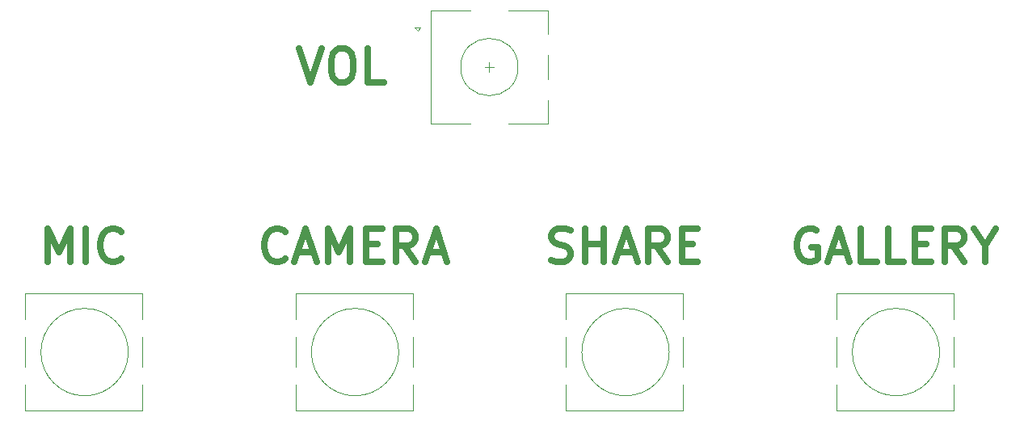
<source format=gbr>
%TF.GenerationSoftware,KiCad,Pcbnew,(5.99.0-6632-gb710573c5)*%
%TF.CreationDate,2020-12-08T22:19:28-05:00*%
%TF.ProjectId,zoom_pad,7a6f6f6d-5f70-4616-942e-6b696361645f,rev?*%
%TF.SameCoordinates,Original*%
%TF.FileFunction,Legend,Top*%
%TF.FilePolarity,Positive*%
%FSLAX46Y46*%
G04 Gerber Fmt 4.6, Leading zero omitted, Abs format (unit mm)*
G04 Created by KiCad (PCBNEW (5.99.0-6632-gb710573c5)) date 2020-12-08 22:19:28*
%MOMM*%
%LPD*%
G01*
G04 APERTURE LIST*
%ADD10C,0.700000*%
%ADD11C,0.120000*%
G04 APERTURE END LIST*
D10*
X103083333Y-88253333D02*
X104250000Y-91753333D01*
X105416666Y-88253333D01*
X107250000Y-88253333D02*
X107916666Y-88253333D01*
X108250000Y-88420000D01*
X108583333Y-88753333D01*
X108750000Y-89420000D01*
X108750000Y-90586666D01*
X108583333Y-91253333D01*
X108250000Y-91586666D01*
X107916666Y-91753333D01*
X107250000Y-91753333D01*
X106916666Y-91586666D01*
X106583333Y-91253333D01*
X106416666Y-90586666D01*
X106416666Y-89420000D01*
X106583333Y-88753333D01*
X106916666Y-88420000D01*
X107250000Y-88253333D01*
X111916666Y-91753333D02*
X110250000Y-91753333D01*
X110250000Y-88253333D01*
X157250000Y-107250000D02*
X156916666Y-107083333D01*
X156416666Y-107083333D01*
X155916666Y-107250000D01*
X155583333Y-107583333D01*
X155416666Y-107916666D01*
X155250000Y-108583333D01*
X155250000Y-109083333D01*
X155416666Y-109750000D01*
X155583333Y-110083333D01*
X155916666Y-110416666D01*
X156416666Y-110583333D01*
X156750000Y-110583333D01*
X157250000Y-110416666D01*
X157416666Y-110250000D01*
X157416666Y-109083333D01*
X156750000Y-109083333D01*
X158750000Y-109583333D02*
X160416666Y-109583333D01*
X158416666Y-110583333D02*
X159583333Y-107083333D01*
X160750000Y-110583333D01*
X163583333Y-110583333D02*
X161916666Y-110583333D01*
X161916666Y-107083333D01*
X166416666Y-110583333D02*
X164750000Y-110583333D01*
X164750000Y-107083333D01*
X167583333Y-108750000D02*
X168750000Y-108750000D01*
X169250000Y-110583333D02*
X167583333Y-110583333D01*
X167583333Y-107083333D01*
X169250000Y-107083333D01*
X172750000Y-110583333D02*
X171583333Y-108916666D01*
X170750000Y-110583333D02*
X170750000Y-107083333D01*
X172083333Y-107083333D01*
X172416666Y-107250000D01*
X172583333Y-107416666D01*
X172750000Y-107750000D01*
X172750000Y-108250000D01*
X172583333Y-108583333D01*
X172416666Y-108750000D01*
X172083333Y-108916666D01*
X170750000Y-108916666D01*
X174916666Y-108916666D02*
X174916666Y-110583333D01*
X173750000Y-107083333D02*
X174916666Y-108916666D01*
X176083333Y-107083333D01*
X129499986Y-110416667D02*
X129999986Y-110583333D01*
X130833319Y-110583333D01*
X131166653Y-110416667D01*
X131333320Y-110250000D01*
X131499986Y-109916666D01*
X131499986Y-109583333D01*
X131333320Y-109250000D01*
X131166653Y-109083333D01*
X130833319Y-108916666D01*
X130166653Y-108749999D01*
X129833319Y-108583333D01*
X129666652Y-108416666D01*
X129499986Y-108083333D01*
X129499986Y-107749999D01*
X129666652Y-107416666D01*
X129833319Y-107249999D01*
X130166653Y-107083332D01*
X130999986Y-107083332D01*
X131499986Y-107249999D01*
X132999987Y-110583333D02*
X132999987Y-107083332D01*
X132999987Y-108749999D02*
X134999987Y-108749999D01*
X134999987Y-110583333D02*
X134999987Y-107083332D01*
X136499988Y-109583333D02*
X138166655Y-109583333D01*
X136166654Y-110583333D02*
X137333321Y-107083332D01*
X138499988Y-110583333D01*
X141666656Y-110583333D02*
X140499989Y-108916666D01*
X139666655Y-110583333D02*
X139666655Y-107083332D01*
X140999989Y-107083332D01*
X141333322Y-107249999D01*
X141499989Y-107416666D01*
X141666656Y-107749999D01*
X141666656Y-108249999D01*
X141499989Y-108583333D01*
X141333322Y-108749999D01*
X140999989Y-108916666D01*
X139666655Y-108916666D01*
X143166656Y-108749999D02*
X144333323Y-108749999D01*
X144833323Y-110583333D02*
X143166656Y-110583333D01*
X143166656Y-107083332D01*
X144833323Y-107083332D01*
X101583333Y-110250000D02*
X101416666Y-110416666D01*
X100916666Y-110583333D01*
X100583333Y-110583333D01*
X100083333Y-110416666D01*
X99749999Y-110083333D01*
X99583333Y-109750000D01*
X99416666Y-109083333D01*
X99416666Y-108583333D01*
X99583333Y-107916666D01*
X99749999Y-107583333D01*
X100083333Y-107250000D01*
X100583333Y-107083333D01*
X100916666Y-107083333D01*
X101416666Y-107250000D01*
X101583333Y-107416666D01*
X102916666Y-109583333D02*
X104583333Y-109583333D01*
X102583333Y-110583333D02*
X103749999Y-107083333D01*
X104916666Y-110583333D01*
X106083333Y-110583333D02*
X106083333Y-107083333D01*
X107249999Y-109583333D01*
X108416666Y-107083333D01*
X108416666Y-110583333D01*
X110083333Y-108750000D02*
X111249999Y-108750000D01*
X111749999Y-110583333D02*
X110083333Y-110583333D01*
X110083333Y-107083333D01*
X111749999Y-107083333D01*
X115249999Y-110583333D02*
X114083333Y-108916666D01*
X113249999Y-110583333D02*
X113249999Y-107083333D01*
X114583333Y-107083333D01*
X114916666Y-107250000D01*
X115083333Y-107416666D01*
X115249999Y-107750000D01*
X115249999Y-108250000D01*
X115083333Y-108583333D01*
X114916666Y-108750000D01*
X114583333Y-108916666D01*
X113249999Y-108916666D01*
X116583333Y-109583333D02*
X118249999Y-109583333D01*
X116249999Y-110583333D02*
X117416666Y-107083333D01*
X118583333Y-110583333D01*
X76750000Y-110583333D02*
X76750000Y-107083333D01*
X77916666Y-109583333D01*
X79083333Y-107083333D01*
X79083333Y-110583333D01*
X80750000Y-110583333D02*
X80750000Y-107083333D01*
X84416666Y-110250000D02*
X84250000Y-110416666D01*
X83750000Y-110583333D01*
X83416666Y-110583333D01*
X82916666Y-110416666D01*
X82583333Y-110083333D01*
X82416666Y-109750000D01*
X82250000Y-109083333D01*
X82250000Y-108583333D01*
X82416666Y-107916666D01*
X82583333Y-107583333D01*
X82916666Y-107250000D01*
X83416666Y-107083333D01*
X83750000Y-107083333D01*
X84250000Y-107250000D01*
X84416666Y-107416666D01*
D11*
%TO.C,S2*%
X113512383Y-120040000D02*
G75*
G03*
X113512383Y-120040000I-4579050J0D01*
G01*
X102683333Y-121570000D02*
X102683333Y-118430000D01*
X114983333Y-126150000D02*
X102683333Y-126150000D01*
X114983333Y-118430000D02*
X114983333Y-121570000D01*
X114983333Y-113850000D02*
X114983333Y-116570000D01*
X102683333Y-113850000D02*
X114983333Y-113850000D01*
X102683333Y-126150000D02*
X102683333Y-123430000D01*
X114983333Y-123430000D02*
X114983333Y-126150000D01*
X102683333Y-116570000D02*
X102683333Y-113850000D01*
%TO.C,SW1*%
X126000000Y-90170000D02*
G75*
G03*
X126000000Y-90170000I-3000000J0D01*
G01*
X129100000Y-96070000D02*
X125000000Y-96070000D01*
X129100000Y-84270000D02*
X129100000Y-86670000D01*
X115200000Y-86070000D02*
X115800000Y-86070000D01*
X129100000Y-93670000D02*
X129100000Y-96070000D01*
X129100000Y-88870000D02*
X129100000Y-91470000D01*
X116900000Y-84270000D02*
X116900000Y-96070000D01*
X125000000Y-84270000D02*
X129100000Y-84270000D01*
X115500000Y-86370000D02*
X115200000Y-86070000D01*
X121000000Y-84270000D02*
X116900000Y-84270000D01*
X115800000Y-86070000D02*
X115500000Y-86370000D01*
X121000000Y-96070000D02*
X116900000Y-96070000D01*
X122500000Y-90170000D02*
X123500000Y-90170000D01*
X123000000Y-89670000D02*
X123000000Y-90670000D01*
%TO.C,S4*%
X170179050Y-120040000D02*
G75*
G03*
X170179050Y-120040000I-4579050J0D01*
G01*
X159350000Y-121570000D02*
X159350000Y-118430000D01*
X171650000Y-126150000D02*
X159350000Y-126150000D01*
X171650000Y-118430000D02*
X171650000Y-121570000D01*
X171650000Y-113850000D02*
X171650000Y-116570000D01*
X159350000Y-113850000D02*
X171650000Y-113850000D01*
X159350000Y-126150000D02*
X159350000Y-123430000D01*
X171650000Y-123430000D02*
X171650000Y-126150000D01*
X159350000Y-116570000D02*
X159350000Y-113850000D01*
%TO.C,S3*%
X141845716Y-120040000D02*
G75*
G03*
X141845716Y-120040000I-4579050J0D01*
G01*
X131016666Y-121570000D02*
X131016666Y-118430000D01*
X143316666Y-126150000D02*
X131016666Y-126150000D01*
X143316666Y-118430000D02*
X143316666Y-121570000D01*
X143316666Y-113850000D02*
X143316666Y-116570000D01*
X131016666Y-113850000D02*
X143316666Y-113850000D01*
X131016666Y-126150000D02*
X131016666Y-123430000D01*
X143316666Y-123430000D02*
X143316666Y-126150000D01*
X131016666Y-116570000D02*
X131016666Y-113850000D01*
%TO.C,S1*%
X85179050Y-120040000D02*
G75*
G03*
X85179050Y-120040000I-4579050J0D01*
G01*
X74350000Y-121570000D02*
X74350000Y-118430000D01*
X86650000Y-126150000D02*
X74350000Y-126150000D01*
X86650000Y-118430000D02*
X86650000Y-121570000D01*
X86650000Y-113850000D02*
X86650000Y-116570000D01*
X74350000Y-113850000D02*
X86650000Y-113850000D01*
X74350000Y-126150000D02*
X74350000Y-123430000D01*
X86650000Y-123430000D02*
X86650000Y-126150000D01*
X74350000Y-116570000D02*
X74350000Y-113850000D01*
%TD*%
M02*

</source>
